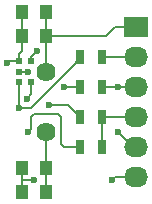
<source format=gtl>
G04 #@! TF.FileFunction,Copper,L1,Top,Signal*
%FSLAX46Y46*%
G04 Gerber Fmt 4.6, Leading zero omitted, Abs format (unit mm)*
G04 Created by KiCad (PCBNEW 4.0.4-stable) date 10/18/16 01:23:18*
%MOMM*%
%LPD*%
G01*
G04 APERTURE LIST*
%ADD10C,0.100000*%
%ADD11R,1.000000X1.250000*%
%ADD12R,2.032000X1.727200*%
%ADD13O,2.032000X1.727200*%
%ADD14R,0.700000X1.300000*%
%ADD15R,0.522000X0.600000*%
%ADD16C,1.624000*%
%ADD17C,0.600000*%
%ADD18C,0.200000*%
G04 APERTURE END LIST*
D10*
D11*
X130572000Y-92456000D03*
X132572000Y-92456000D03*
X130572000Y-107696000D03*
X132572000Y-107696000D03*
X130572000Y-94488000D03*
X132572000Y-94488000D03*
X130572000Y-105664000D03*
X132572000Y-105664000D03*
D12*
X140208000Y-93726000D03*
D13*
X140208000Y-96266000D03*
X140208000Y-98806000D03*
X140208000Y-101346000D03*
X140208000Y-103886000D03*
X140208000Y-106426000D03*
D14*
X137348000Y-101346000D03*
X135448000Y-101346000D03*
X137348000Y-103886000D03*
X135448000Y-103886000D03*
X137348000Y-96266000D03*
X135448000Y-96266000D03*
X137348000Y-98806000D03*
X135448000Y-98806000D03*
D15*
X131336000Y-96636000D03*
X130253000Y-96636000D03*
X131336000Y-98436000D03*
X130253000Y-98436000D03*
D16*
X132588000Y-97536000D03*
D15*
X130253000Y-97536000D03*
D16*
X132588000Y-102616000D03*
D17*
X130937000Y-99822000D03*
X129286000Y-96774000D03*
X131572000Y-106680000D03*
X138176000Y-106680000D03*
X138684000Y-102616000D03*
X138684000Y-98806000D03*
X132842000Y-100330000D03*
X131064000Y-97536000D03*
X131064000Y-102616000D03*
X130302000Y-100584000D03*
X134112000Y-98806000D03*
X131826000Y-95758000D03*
D18*
X132572000Y-94488000D02*
X132588000Y-94504000D01*
X132588000Y-94504000D02*
X132588000Y-97536000D01*
X140208000Y-93726000D02*
X138430000Y-93726000D01*
X137668000Y-94488000D02*
X132572000Y-94488000D01*
X138430000Y-93726000D02*
X137668000Y-94488000D01*
X132572000Y-105664000D02*
X132572000Y-102632000D01*
X132572000Y-102632000D02*
X132588000Y-102616000D01*
X132572000Y-107696000D02*
X132572000Y-105664000D01*
X132572000Y-92456000D02*
X132572000Y-94488000D01*
X131336000Y-98436000D02*
X131336000Y-99423000D01*
X131336000Y-99423000D02*
X130937000Y-99822000D01*
X129424000Y-96636000D02*
X130253000Y-96636000D01*
X129286000Y-96774000D02*
X129424000Y-96636000D01*
X140208000Y-106426000D02*
X138430000Y-106426000D01*
X131572000Y-106680000D02*
X130572000Y-106680000D01*
X138430000Y-106426000D02*
X138176000Y-106680000D01*
X130572000Y-106680000D02*
X130556000Y-106680000D01*
X130556000Y-106680000D02*
X130572000Y-106680000D01*
X130572000Y-107696000D02*
X130572000Y-106680000D01*
X130572000Y-106680000D02*
X130572000Y-105664000D01*
X130253000Y-96636000D02*
X130253000Y-96061000D01*
X130253000Y-96061000D02*
X130572000Y-95742000D01*
X130572000Y-95742000D02*
X130572000Y-94488000D01*
X130572000Y-92456000D02*
X130572000Y-94488000D01*
X137348000Y-96266000D02*
X140208000Y-96266000D01*
X140208000Y-103886000D02*
X139954000Y-103886000D01*
X139954000Y-103886000D02*
X138684000Y-102616000D01*
X137348000Y-98806000D02*
X138684000Y-98806000D01*
X138684000Y-98806000D02*
X140208000Y-98806000D01*
X137348000Y-103886000D02*
X137348000Y-101346000D01*
X137348000Y-101346000D02*
X140208000Y-101346000D01*
X130253000Y-97536000D02*
X131064000Y-97536000D01*
X134432000Y-100330000D02*
X135448000Y-101346000D01*
X132842000Y-100330000D02*
X134432000Y-100330000D01*
X135382000Y-101346000D02*
X135448000Y-101346000D01*
X134112000Y-103886000D02*
X135448000Y-103886000D01*
X133858000Y-103632000D02*
X134112000Y-103886000D01*
X133858000Y-101346000D02*
X133858000Y-103632000D01*
X133604000Y-101092000D02*
X133858000Y-101346000D01*
X131572000Y-101092000D02*
X133604000Y-101092000D01*
X131318000Y-101346000D02*
X131572000Y-101092000D01*
X131318000Y-102362000D02*
X131318000Y-101346000D01*
X131064000Y-102616000D02*
X131318000Y-102362000D01*
X135448000Y-96266000D02*
X134940000Y-96962000D01*
X134940000Y-96962000D02*
X131318000Y-100584000D01*
X131318000Y-100584000D02*
X130302000Y-100584000D01*
X130302000Y-100584000D02*
X130302000Y-98485000D01*
X130302000Y-98485000D02*
X130253000Y-98436000D01*
X131336000Y-96636000D02*
X131336000Y-96248000D01*
X134112000Y-98806000D02*
X135448000Y-98806000D01*
X131336000Y-96248000D02*
X131826000Y-95758000D01*
M02*

</source>
